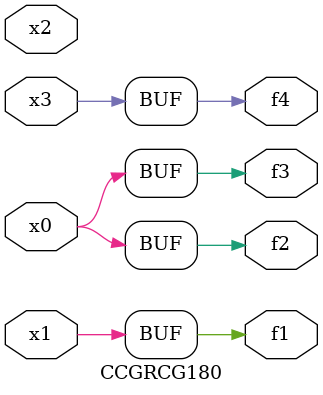
<source format=v>
module CCGRCG180(
	input x0, x1, x2, x3,
	output f1, f2, f3, f4
);
	assign f1 = x1;
	assign f2 = x0;
	assign f3 = x0;
	assign f4 = x3;
endmodule

</source>
